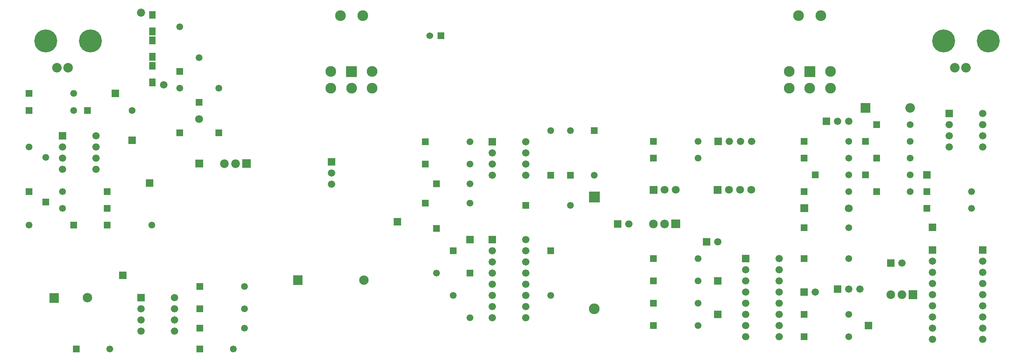
<source format=gbr>
G04 start of page 6 for group -4063 idx -4063 *
G04 Title: (unknown), componentmask *
G04 Creator: pcb 20091103 *
G04 CreationDate: Mon Apr 26 17:04:44 2010 UTC *
G04 For: fosse *
G04 Format: Gerber/RS-274X *
G04 PCB-Dimensions: 1200000 1000000 *
G04 PCB-Coordinate-Origin: lower left *
%MOIN*%
%FSLAX25Y25*%
%LNFRONTMASK*%
%ADD11C,0.0200*%
%ADD16C,0.0600*%
%ADD37C,0.0610*%
%ADD38C,0.0660*%
%ADD39C,0.0710*%
%ADD40C,0.0860*%
%ADD41C,0.0847*%
%ADD42C,0.2060*%
%ADD43C,0.0960*%
%ADD44C,0.0780*%
%ADD45C,0.0722*%
%ADD46C,0.0672*%
%ADD47R,0.0591X0.0591*%
G54D11*G36*
X228450Y602050D02*Y595950D01*
X234550D01*
Y602050D01*
X228450D01*
G37*
G36*
X198450D02*Y595950D01*
X204550D01*
Y602050D01*
X198450D01*
G37*
G54D37*X161500Y599000D03*
G54D38*X191500Y669000D03*
X221500D03*
G54D37*X161500D03*
G54D38*X191500Y659000D03*
Y649000D03*
X221500D03*
Y659000D03*
G54D37*X176500Y659500D03*
G54D11*G36*
X228450Y632050D02*Y625950D01*
X234550D01*
Y632050D01*
X228450D01*
G37*
G54D37*X191500Y629000D03*
G54D11*G36*
X173450Y622550D02*Y616450D01*
X179550D01*
Y622550D01*
X173450D01*
G37*
G36*
X158450Y632050D02*Y625950D01*
X164550D01*
Y632050D01*
X158450D01*
G37*
G36*
X228450Y617050D02*Y610950D01*
X234550D01*
Y617050D01*
X228450D01*
G37*
G54D37*X191500Y614000D03*
G54D11*G36*
X266200Y639800D02*Y633200D01*
X272800D01*
Y639800D01*
X266200D01*
G37*
G36*
X250700Y678300D02*Y671700D01*
X257300D01*
Y678300D01*
X250700D01*
G37*
G36*
X188200Y682300D02*Y675700D01*
X194800D01*
Y682300D01*
X188200D01*
G37*
G54D38*X221500Y679000D03*
G54D11*G36*
X210950Y704550D02*Y698450D01*
X217050D01*
Y704550D01*
X210950D01*
G37*
G54D37*X254000Y701500D03*
X201500D03*
G54D11*G36*
X235700Y720300D02*Y713700D01*
X242300D01*
Y720300D01*
X235700D01*
G37*
G36*
X293450Y684550D02*Y678450D01*
X299550D01*
Y684550D01*
X293450D01*
G37*
G36*
X328450D02*Y678450D01*
X334550D01*
Y684550D01*
X328450D01*
G37*
G54D37*X296500Y721500D03*
X331500D03*
G54D11*G36*
X293450Y739550D02*Y733450D01*
X299550D01*
Y739550D01*
X293450D01*
G37*
G36*
X310950Y712050D02*Y705950D01*
X317050D01*
Y712050D01*
X310950D01*
G37*
G54D37*X314000Y749000D03*
G54D39*Y694000D03*
G54D40*X196500Y740000D03*
G54D11*G36*
X158450Y720050D02*Y713950D01*
X164550D01*
Y720050D01*
X158450D01*
G37*
G54D37*X201500Y717000D03*
G54D11*G36*
X158450Y704550D02*Y698450D01*
X164550D01*
Y704550D01*
X158450D01*
G37*
G36*
X311450Y491050D02*Y484950D01*
X317550D01*
Y491050D01*
X311450D01*
G37*
G36*
Y527050D02*Y520950D01*
X317550D01*
Y527050D01*
X311450D01*
G37*
G36*
Y509550D02*Y503450D01*
X317550D01*
Y509550D01*
X311450D01*
G37*
G36*
Y547050D02*Y540950D01*
X317550D01*
Y547050D01*
X311450D01*
G37*
G54D37*X344500Y488000D03*
X354500Y524000D03*
Y506500D03*
Y544000D03*
X271500Y599000D03*
G54D11*G36*
X242200Y557300D02*Y550700D01*
X248800D01*
Y557300D01*
X242200D01*
G37*
G36*
X258700Y537300D02*Y530700D01*
X265300D01*
Y537300D01*
X258700D01*
G37*
G54D38*X262000Y524000D03*
Y514000D03*
G54D41*X214000Y534000D03*
G54D11*G36*
X179841Y537844D02*Y529370D01*
X188315D01*
Y537844D01*
X179841D01*
G37*
G54D38*X262000Y504000D03*
G54D11*G36*
X200950Y491050D02*Y484950D01*
X207050D01*
Y491050D01*
X200950D01*
G37*
G54D37*X234000Y488000D03*
G54D38*X292000Y504000D03*
Y514000D03*
Y524000D03*
Y534000D03*
G54D40*X991000Y740000D03*
G54D42*X981000Y764000D03*
G54D40*X1001000Y740000D03*
G54D42*X1021000Y764000D03*
G54D38*X1016000Y669000D03*
Y679000D03*
Y689000D03*
Y699000D03*
G54D11*G36*
X917950Y692050D02*Y685950D01*
X924050D01*
Y692050D01*
X917950D01*
G37*
G36*
X907950Y677050D02*Y670950D01*
X914050D01*
Y677050D01*
X907950D01*
G37*
G36*
X917950Y632050D02*Y625950D01*
X924050D01*
Y632050D01*
X917950D01*
G37*
G36*
X907950Y647050D02*Y640950D01*
X914050D01*
Y647050D01*
X907950D01*
G37*
G36*
X917950Y662050D02*Y655950D01*
X924050D01*
Y662050D01*
X917950D01*
G37*
G36*
X906700Y708300D02*Y699700D01*
X915300D01*
Y708300D01*
X906700D01*
G37*
G54D37*X951000Y689000D03*
Y674000D03*
Y644000D03*
Y659000D03*
G54D40*Y704000D03*
G54D11*G36*
X962700Y647300D02*Y640700D01*
X969300D01*
Y647300D01*
X962700D01*
G37*
G36*
X872700Y695300D02*Y688700D01*
X879300D01*
Y695300D01*
X872700D01*
G37*
G54D38*X886000Y692000D03*
X896000D03*
G54D11*G36*
X852950Y677050D02*Y670950D01*
X859050D01*
Y677050D01*
X852950D01*
G37*
G54D37*X896000Y674000D03*
G54D43*X851000Y786500D03*
X871000D03*
G54D11*G36*
X856200Y741300D02*Y731700D01*
X865800D01*
Y741300D01*
X856200D01*
G37*
G54D43*X842500Y736500D03*
X879500D03*
X842500Y721500D03*
X861000D03*
X879500D03*
G54D38*X803500Y539000D03*
Y529000D03*
Y519000D03*
Y509000D03*
G54D11*G36*
X800200Y572300D02*Y565700D01*
X806800D01*
Y572300D01*
X800200D01*
G37*
G54D38*X803500Y559000D03*
Y549000D03*
Y499000D03*
G54D11*G36*
X775200Y522300D02*Y515700D01*
X781800D01*
Y522300D01*
X775200D01*
G37*
G36*
Y552300D02*Y545700D01*
X781800D01*
Y552300D01*
X775200D01*
G37*
G36*
X774950Y634050D02*Y626950D01*
X782050D01*
Y634050D01*
X774950D01*
G37*
G54D39*X788500Y630500D03*
X798500D03*
X808500D03*
G54D11*G36*
X717450Y634050D02*Y626950D01*
X724550D01*
Y634050D01*
X717450D01*
G37*
G54D39*X731000Y630500D03*
X741000D03*
G54D11*G36*
X775700Y677300D02*Y670700D01*
X782300D01*
Y677300D01*
X775700D01*
G37*
G36*
X717950Y677050D02*Y670950D01*
X724050D01*
Y677050D01*
X717950D01*
G37*
G54D37*X761000Y674000D03*
G54D38*X789000D03*
X799000D03*
X809000D03*
G54D11*G36*
X717950Y662050D02*Y655950D01*
X724050D01*
Y662050D01*
X717950D01*
G37*
G54D37*X761000Y659000D03*
Y569000D03*
G54D11*G36*
X765200Y587300D02*Y580700D01*
X771800D01*
Y587300D01*
X765200D01*
G37*
G54D38*X778500Y584000D03*
G54D11*G36*
X737100Y603900D02*Y596100D01*
X744900D01*
Y603900D01*
X737100D01*
G37*
G54D44*X731000Y600000D03*
X721000D03*
G54D11*G36*
X717950Y572050D02*Y565950D01*
X724050D01*
Y572050D01*
X717950D01*
G37*
G36*
Y552050D02*Y545950D01*
X724050D01*
Y552050D01*
X717950D01*
G37*
G54D37*X761000Y549000D03*
G54D11*G36*
X717950Y532050D02*Y525950D01*
X724050D01*
Y532050D01*
X717950D01*
G37*
G54D37*X761000Y529000D03*
G54D11*G36*
X717950Y512050D02*Y505950D01*
X724050D01*
Y512050D01*
X717950D01*
G37*
G54D37*X761000Y509000D03*
G54D11*G36*
X573200Y589300D02*Y582700D01*
X579800D01*
Y589300D01*
X573200D01*
G37*
G54D38*X576500Y576000D03*
Y566000D03*
G54D37*X556500Y516000D03*
G54D11*G36*
X553450Y559050D02*Y552950D01*
X559550D01*
Y559050D01*
X553450D01*
G37*
G54D38*X576500Y556000D03*
Y546000D03*
Y536000D03*
G54D37*X541500D03*
X556500Y618500D03*
G54D11*G36*
X553200Y589300D02*Y582700D01*
X559800D01*
Y589300D01*
X553200D01*
G37*
G54D37*X556500Y653500D03*
Y636000D03*
G54D11*G36*
X573200Y676800D02*Y670200D01*
X579800D01*
Y676800D01*
X573200D01*
G37*
G54D37*X556500Y673500D03*
G54D38*X576500Y663500D03*
Y653500D03*
Y643500D03*
Y526000D03*
Y516000D03*
X606500D03*
Y526000D03*
Y536000D03*
G54D37*X629000D03*
G54D38*X606500Y546000D03*
Y556000D03*
Y566000D03*
Y576000D03*
Y586000D03*
G54D11*G36*
X625950Y579050D02*Y572950D01*
X632050D01*
Y579050D01*
X625950D01*
G37*
G54D43*X668000Y524000D03*
G54D11*G36*
X625950Y646550D02*Y640450D01*
X632050D01*
Y646550D01*
X625950D01*
G37*
G54D38*X606500Y643500D03*
Y653500D03*
Y663500D03*
Y673500D03*
G54D11*G36*
X603450Y619550D02*Y613450D01*
X609550D01*
Y619550D01*
X603450D01*
G37*
G54D37*X629000Y683500D03*
G54D11*G36*
X664950Y686550D02*Y680450D01*
X671050D01*
Y686550D01*
X664950D01*
G37*
G54D37*X646500Y683500D03*
G54D11*G36*
X663200Y628800D02*Y619200D01*
X672800D01*
Y628800D01*
X663200D01*
G37*
G54D37*X668000Y643500D03*
G54D11*G36*
X643450Y646550D02*Y640450D01*
X649550D01*
Y646550D01*
X643450D01*
G37*
G54D37*X646500Y616500D03*
G54D11*G36*
X685700Y603300D02*Y596700D01*
X692300D01*
Y603300D01*
X685700D01*
G37*
G54D38*X699000Y600000D03*
X833500Y499000D03*
G54D11*G36*
X852950Y502050D02*Y495950D01*
X859050D01*
Y502050D01*
X852950D01*
G37*
G54D37*X896000Y499000D03*
G54D38*X833500Y509000D03*
G54D11*G36*
X852700Y542300D02*Y535700D01*
X859300D01*
Y542300D01*
X852700D01*
G37*
G54D38*X866000Y539000D03*
G54D11*G36*
X882700Y544800D02*Y538200D01*
X889300D01*
Y544800D01*
X882700D01*
G37*
G36*
X852950Y522050D02*Y515950D01*
X859050D01*
Y522050D01*
X852950D01*
G37*
G54D38*X833500Y519000D03*
Y529000D03*
Y539000D03*
Y549000D03*
Y559000D03*
Y569000D03*
G54D37*X896000Y519000D03*
G54D11*G36*
X910200Y512300D02*Y505700D01*
X916800D01*
Y512300D01*
X910200D01*
G37*
G36*
X852950Y662050D02*Y655950D01*
X859050D01*
Y662050D01*
X852950D01*
G37*
G36*
Y599550D02*Y593450D01*
X859050D01*
Y599550D01*
X852950D01*
G37*
G36*
Y632050D02*Y625950D01*
X859050D01*
Y632050D01*
X852950D01*
G37*
G54D37*X896000Y659000D03*
Y596500D03*
Y629000D03*
Y644000D03*
G54D11*G36*
X852450Y617550D02*Y610450D01*
X859550D01*
Y617550D01*
X852450D01*
G37*
G54D39*X896000Y614000D03*
G54D11*G36*
X862950Y647050D02*Y640950D01*
X869050D01*
Y647050D01*
X862950D01*
G37*
G36*
X930200Y568300D02*Y561700D01*
X936800D01*
Y568300D01*
X930200D01*
G37*
G54D38*X943500Y565000D03*
G54D11*G36*
X852950Y572050D02*Y565950D01*
X859050D01*
Y572050D01*
X852950D01*
G37*
G54D37*X896000Y569000D03*
G54D11*G36*
X949600Y540400D02*Y532600D01*
X957400D01*
Y540400D01*
X949600D01*
G37*
G54D44*X943500Y536500D03*
X933500D03*
G54D38*X896000Y541500D03*
X906000D03*
G54D11*G36*
X962950Y617050D02*Y610950D01*
X969050D01*
Y617050D01*
X962950D01*
G37*
G36*
Y632050D02*Y625950D01*
X969050D01*
Y632050D01*
X962950D01*
G37*
G54D37*X951000Y629000D03*
X1006000Y614000D03*
G54D11*G36*
X982700Y702300D02*Y695700D01*
X989300D01*
Y702300D01*
X982700D01*
G37*
G54D38*X986000Y689000D03*
Y679000D03*
Y669000D03*
G54D37*X1006000Y629000D03*
G54D11*G36*
X1012700Y579800D02*Y573200D01*
X1019300D01*
Y579800D01*
X1012700D01*
G37*
G54D38*X1016000Y566500D03*
Y556500D03*
Y546500D03*
Y536500D03*
Y526500D03*
Y516500D03*
Y506500D03*
Y496500D03*
G54D11*G36*
X967700Y579800D02*Y573200D01*
X974300D01*
Y579800D01*
X967700D01*
G37*
G54D38*X971000Y566500D03*
Y556500D03*
G54D11*G36*
X967700Y600300D02*Y593700D01*
X974300D01*
Y600300D01*
X967700D01*
G37*
G54D38*X971000Y546500D03*
Y536500D03*
Y526500D03*
Y516500D03*
Y506500D03*
Y496500D03*
G54D11*G36*
X527500Y771500D02*Y765500D01*
X533500D01*
Y771500D01*
X527500D01*
G37*
G54D45*X261851Y789287D03*
G54D46*X282323Y724720D03*
G54D40*X186500Y740000D03*
G54D42*X216500Y764000D03*
X176500D03*
G54D37*X296500Y776500D03*
G54D43*X440500Y786500D03*
X460500D03*
G54D11*G36*
X310450Y657550D02*Y650450D01*
X317550D01*
Y657550D01*
X310450D01*
G37*
G36*
X352600Y657900D02*Y650100D01*
X360400D01*
Y657900D01*
X352600D01*
G37*
G54D44*X346500Y654000D03*
X336500D03*
G54D11*G36*
X429200Y658800D02*Y652200D01*
X435800D01*
Y658800D01*
X429200D01*
G37*
G54D38*X432500Y645500D03*
Y635500D03*
G54D11*G36*
X513450Y656550D02*Y650450D01*
X519550D01*
Y656550D01*
X513450D01*
G37*
G36*
X523450Y639050D02*Y632950D01*
X529550D01*
Y639050D01*
X523450D01*
G37*
G36*
X513450Y676550D02*Y670450D01*
X519550D01*
Y676550D01*
X513450D01*
G37*
G36*
X398236Y553737D02*Y545263D01*
X406710D01*
Y553737D01*
X398236D01*
G37*
G54D41*X461528Y549500D03*
G54D11*G36*
X488200Y605300D02*Y598700D01*
X494800D01*
Y605300D01*
X488200D01*
G37*
G36*
X513450Y621550D02*Y615450D01*
X519550D01*
Y621550D01*
X513450D01*
G37*
G36*
X523450Y599050D02*Y592950D01*
X529550D01*
Y599050D01*
X523450D01*
G37*
G54D37*X526500Y556000D03*
G54D11*G36*
X538450Y579050D02*Y572950D01*
X544550D01*
Y579050D01*
X538450D01*
G37*
G54D16*X520500Y768500D03*
G54D11*G36*
X445700Y741300D02*Y731700D01*
X455300D01*
Y741300D01*
X445700D01*
G37*
G54D43*X432000Y736500D03*
X469000D03*
X432000Y721500D03*
X450500D03*
X469000D03*
G54D47*X272087Y764879D02*Y763894D01*
Y750115D02*Y749130D01*
Y742045D02*Y741060D01*
Y727281D02*Y726296D01*
Y787714D02*Y786729D01*
Y772950D02*Y771965D01*
M02*

</source>
